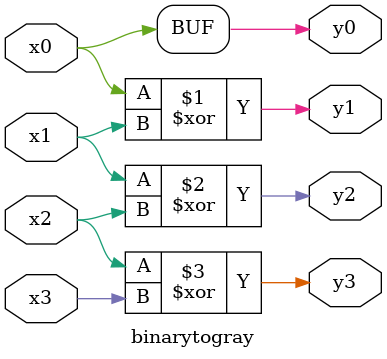
<source format=v>

module binarytogray(x0,x1,x2,x3,y0,y1,y2,y3);
 
 input x0,x1,x2,x3;
 output y0,y1,y2,y3;
  
 assign y0=x0;
 assign y1=x0^x1;
 assign y2=x1^x2;
 assign y3=x2^x3;
 
endmodule
 
 

</source>
